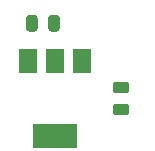
<source format=gbr>
%TF.GenerationSoftware,KiCad,Pcbnew,(5.1.6)-1*%
%TF.CreationDate,2020-06-22T18:51:59+05:30*%
%TF.ProjectId,STM8-Dev-Board-STM8S003F3P6,53544d38-2d44-4657-962d-426f6172642d,rev?*%
%TF.SameCoordinates,Original*%
%TF.FileFunction,Paste,Bot*%
%TF.FilePolarity,Positive*%
%FSLAX46Y46*%
G04 Gerber Fmt 4.6, Leading zero omitted, Abs format (unit mm)*
G04 Created by KiCad (PCBNEW (5.1.6)-1) date 2020-06-22 18:51:59*
%MOMM*%
%LPD*%
G01*
G04 APERTURE LIST*
%ADD10R,1.500000X2.000000*%
%ADD11R,3.800000X2.000000*%
G04 APERTURE END LIST*
D10*
%TO.C,U2*%
X61200000Y-132740000D03*
X65800000Y-132740000D03*
X63500000Y-132740000D03*
D11*
X63500000Y-139040000D03*
%TD*%
%TO.C,C3*%
G36*
G01*
X62034000Y-129083750D02*
X62034000Y-129996250D01*
G75*
G02*
X61790250Y-130240000I-243750J0D01*
G01*
X61302750Y-130240000D01*
G75*
G02*
X61059000Y-129996250I0J243750D01*
G01*
X61059000Y-129083750D01*
G75*
G02*
X61302750Y-128840000I243750J0D01*
G01*
X61790250Y-128840000D01*
G75*
G02*
X62034000Y-129083750I0J-243750D01*
G01*
G37*
G36*
G01*
X63909000Y-129083750D02*
X63909000Y-129996250D01*
G75*
G02*
X63665250Y-130240000I-243750J0D01*
G01*
X63177750Y-130240000D01*
G75*
G02*
X62934000Y-129996250I0J243750D01*
G01*
X62934000Y-129083750D01*
G75*
G02*
X63177750Y-128840000I243750J0D01*
G01*
X63665250Y-128840000D01*
G75*
G02*
X63909000Y-129083750I0J-243750D01*
G01*
G37*
%TD*%
%TO.C,C2*%
G36*
G01*
X68631750Y-136340000D02*
X69544250Y-136340000D01*
G75*
G02*
X69788000Y-136583750I0J-243750D01*
G01*
X69788000Y-137071250D01*
G75*
G02*
X69544250Y-137315000I-243750J0D01*
G01*
X68631750Y-137315000D01*
G75*
G02*
X68388000Y-137071250I0J243750D01*
G01*
X68388000Y-136583750D01*
G75*
G02*
X68631750Y-136340000I243750J0D01*
G01*
G37*
G36*
G01*
X68631750Y-134465000D02*
X69544250Y-134465000D01*
G75*
G02*
X69788000Y-134708750I0J-243750D01*
G01*
X69788000Y-135196250D01*
G75*
G02*
X69544250Y-135440000I-243750J0D01*
G01*
X68631750Y-135440000D01*
G75*
G02*
X68388000Y-135196250I0J243750D01*
G01*
X68388000Y-134708750D01*
G75*
G02*
X68631750Y-134465000I243750J0D01*
G01*
G37*
%TD*%
M02*

</source>
